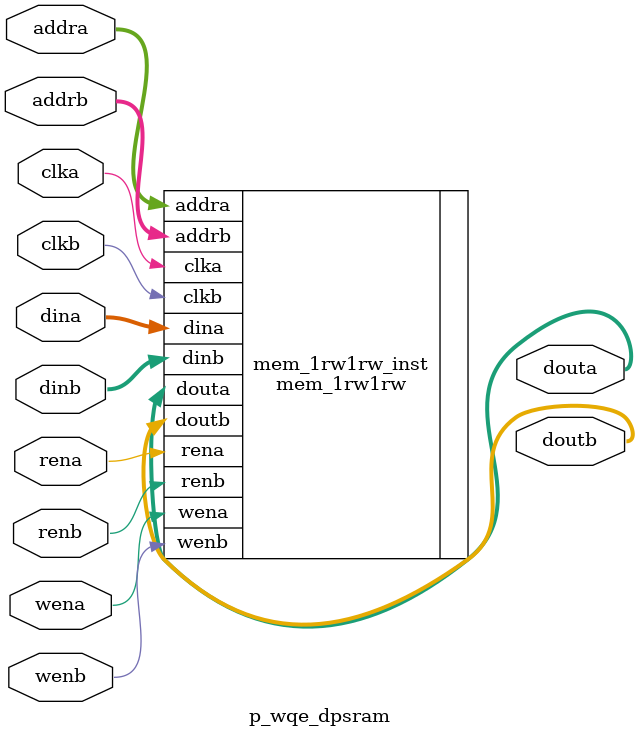
<source format=v>
/***********************************************Copyright@2019*****************************************************

                                        YUSUR CO. LTD. All rights reserved
                                http://www.yusur.tech, http://www.carch.ac.cn/~adapt

=========================================FILE INFO.===================================================
File Name      : task_mem_dpsram.v
Last Update    : 2022.5.24
Latest version : v1.00
Descriptions   : 
=========================================AUTHOR INFO.===============================================
Created by     : Yunkun Liao
Create date    : 2022.5.24
Version        : v1.00
Descriptions   : 
========================================UPDATE HISTORY=============================================
Modified by    : 
Modified date  : 
Version        : 
Descriptions   : 
--------------------------------------------------------------------------------------------------
Modified by    : 
Modified date  : 
Version        : 
Descriptions   : 
--------------------------------------------------------------------------------------------------
(Add more modification logs, separated with '----')

*****************************************Confidential. Do NOT disclose*********************************************/
`timescale 1ns / 1ps
// `include "../../common/yusur_memory/mem_conf_define.v"
module p_wqe_dpsram #(
    parameter IS_ARRAY_RAM        = 0          ,
    parameter RAM_STYLE_MODE      = "block"    , //"distributed", "registers","block"���Ժ�ȡ��
    parameter WIDTH_ADDR          = 8          ,
    parameter WIDTH_DATA          = 8          ,
    parameter DEVICE_RAM_TYPE     = "AUTO"     , //For Xilinx: "auto", "distributed", "block" or "ultra";
                                                 //For Altera: "M9K",
    parameter READ_DURING_WRITE_A = "new"      , //new old, but no xxx in altera 1rw1rw ram
    parameter READ_DURING_WRITE_B = "new"      , //new old, but no xxx in altera 1rw1rw ram
    parameter DOUT_REG_A          = "false"    , //register output a
    parameter DOUT_REG_B          = "false"      //register output b
)
(
    input       [WIDTH_ADDR-1:0]    addra      ,
    input       [WIDTH_DATA-1:0]    dina       ,
    input                           wena       ,
    input                           rena       ,
    input                           clka       ,
    output      [WIDTH_DATA-1:0]    douta      ,

    input       [WIDTH_ADDR-1:0]    addrb      ,
    input       [WIDTH_DATA-1:0]    dinb       ,
    input                           wenb       ,
    input                           renb       ,
    input                           clkb       ,
    output      [WIDTH_DATA-1:0]    doutb
) ;


    mem_1rw1rw #(      
        .IS_ARRAY_RAM          (IS_ARRAY_RAM         ),
        .RAM_STYLE_MODE        (RAM_STYLE_MODE       ), 
        .WIDTH_ADDR            (WIDTH_ADDR           ),
        .WIDTH_DATA            (WIDTH_DATA           ),
        .DEVICE_RAM_TYPE       (DEVICE_RAM_TYPE      ), 
        .READ_DURING_WRITE_A   (READ_DURING_WRITE_A  ), 
        .READ_DURING_WRITE_B   (READ_DURING_WRITE_B  ), 
        .DOUT_REG_A            (DOUT_REG_A           ), 
        .DOUT_REG_B            (DOUT_REG_B           )
    ) mem_1rw1rw_inst (                 
        .addra                 (addra                ),
        .dina                  (dina                 ),
        .wena                  (wena                 ),
        .rena                  (rena                 ),
        .clka                  (clka                 ),
        .douta                 (douta                ),
                                 
        .addrb                 (addrb                ),
        .dinb                  (dinb                 ),
        .wenb                  (wenb                 ),
        .renb                  (renb                 ),
        .clkb                  (clkb                 ),
        .doutb                 (doutb                )
    );

endmodule
</source>
